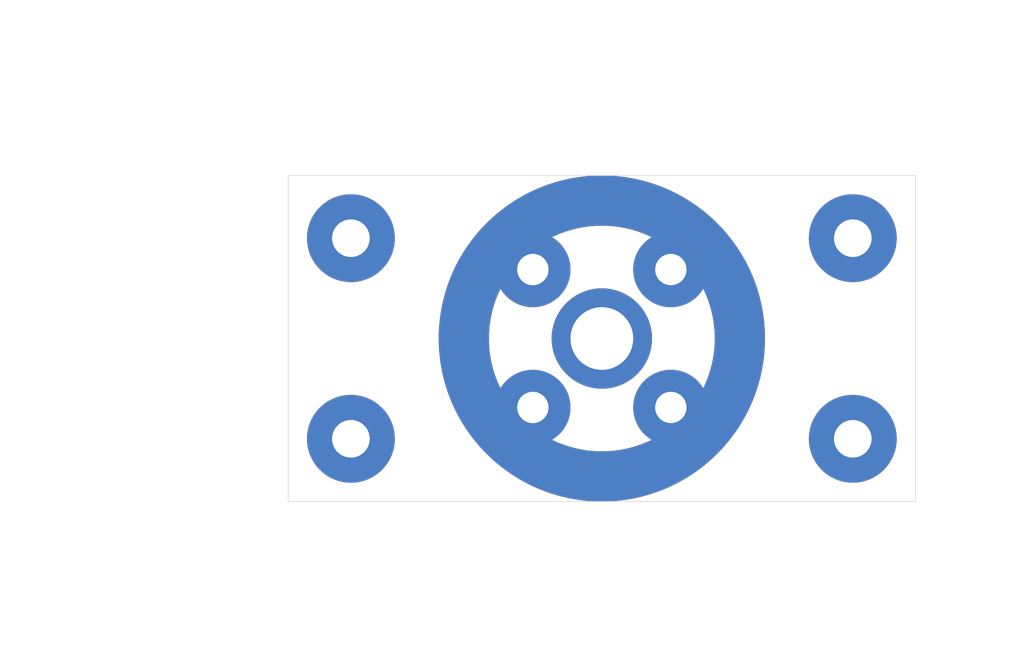
<source format=kicad_pcb>
(kicad_pcb (version 20171130) (host pcbnew 5.1.9+dfsg1-1)

  (general
    (thickness 1.6)
    (drawings 14)
    (tracks 16)
    (zones 0)
    (modules 5)
    (nets 2)
  )

  (page A4)
  (layers
    (0 F.Cu signal)
    (1 In1.Cu signal)
    (2 In2.Cu signal)
    (31 B.Cu signal)
    (32 B.Adhes user)
    (33 F.Adhes user)
    (34 B.Paste user)
    (35 F.Paste user)
    (36 B.SilkS user)
    (37 F.SilkS user)
    (38 B.Mask user)
    (39 F.Mask user)
    (40 Dwgs.User user)
    (41 Cmts.User user)
    (42 Eco1.User user)
    (43 Eco2.User user)
    (44 Edge.Cuts user)
    (45 Margin user)
    (46 B.CrtYd user)
    (47 F.CrtYd user)
    (48 B.Fab user)
    (49 F.Fab user)
  )

  (setup
    (last_trace_width 0.25)
    (trace_clearance 0.2)
    (zone_clearance 0.508)
    (zone_45_only no)
    (trace_min 0.2)
    (via_size 0.8)
    (via_drill 0.4)
    (via_min_size 0.4)
    (via_min_drill 0.3)
    (uvia_size 0.3)
    (uvia_drill 0.1)
    (uvias_allowed no)
    (uvia_min_size 0.2)
    (uvia_min_drill 0.1)
    (edge_width 0.05)
    (segment_width 0.2)
    (pcb_text_width 0.3)
    (pcb_text_size 1.5 1.5)
    (mod_edge_width 0.12)
    (mod_text_size 1 1)
    (mod_text_width 0.15)
    (pad_size 1.524 1.524)
    (pad_drill 0.762)
    (pad_to_mask_clearance 0)
    (aux_axis_origin 0 0)
    (visible_elements FFFFFF7F)
    (pcbplotparams
      (layerselection 0x010fc_ffffffff)
      (usegerberextensions false)
      (usegerberattributes true)
      (usegerberadvancedattributes true)
      (creategerberjobfile true)
      (excludeedgelayer true)
      (linewidth 0.100000)
      (plotframeref false)
      (viasonmask false)
      (mode 1)
      (useauxorigin false)
      (hpglpennumber 1)
      (hpglpenspeed 20)
      (hpglpendiameter 15.000000)
      (psnegative false)
      (psa4output false)
      (plotreference true)
      (plotvalue true)
      (plotinvisibletext false)
      (padsonsilk false)
      (subtractmaskfromsilk false)
      (outputformat 1)
      (mirror false)
      (drillshape 1)
      (scaleselection 1)
      (outputdirectory ""))
  )

  (net 0 "")
  (net 1 "Net-(J1-Pad1)")

  (net_class Default "This is the default net class."
    (clearance 0.2)
    (trace_width 0.25)
    (via_dia 0.8)
    (via_drill 0.4)
    (uvia_dia 0.3)
    (uvia_drill 0.1)
    (add_net "Net-(J1-Pad1)")
  )

  (module custom-footprints:m3-d7-mounting-hole (layer F.Cu) (tedit 63D337D0) (tstamp 63D38F40)
    (at 123 95)
    (path /63D339D4)
    (fp_text reference J2 (at 0 0.5) (layer F.SilkS) hide
      (effects (font (size 1 1) (thickness 0.15)))
    )
    (fp_text value BOLT-HOLE (at 0 -0.5) (layer F.Fab)
      (effects (font (size 1 1) (thickness 0.15)))
    )
    (pad 1 thru_hole circle (at 0 0) (size 7 7) (drill 3) (layers *.Cu *.Mask)
      (net 1 "Net-(J1-Pad1)"))
  )

  (module custom-footprints:m3-d7-mounting-hole (layer F.Cu) (tedit 63D337D0) (tstamp 63D38F45)
    (at 163 95)
    (path /63D345D3)
    (fp_text reference J3 (at 0 0.5) (layer F.SilkS) hide
      (effects (font (size 1 1) (thickness 0.15)))
    )
    (fp_text value BOLT-HOLE (at 0 -0.5) (layer F.Fab)
      (effects (font (size 1 1) (thickness 0.15)))
    )
    (pad 1 thru_hole circle (at 0 0) (size 7 7) (drill 3) (layers *.Cu *.Mask)
      (net 1 "Net-(J1-Pad1)"))
  )

  (module custom-footprints:m3-d7-mounting-hole (layer F.Cu) (tedit 63D337D0) (tstamp 63D38F4A)
    (at 163 111)
    (path /63D3487E)
    (fp_text reference J4 (at 0 0.5) (layer F.SilkS) hide
      (effects (font (size 1 1) (thickness 0.15)))
    )
    (fp_text value BOLT-HOLE (at 0 -0.5) (layer F.Fab)
      (effects (font (size 1 1) (thickness 0.15)))
    )
    (pad 1 thru_hole circle (at 0 0) (size 7 7) (drill 3) (layers *.Cu *.Mask)
      (net 1 "Net-(J1-Pad1)"))
  )

  (module custom-footprints:m3-d7-mounting-hole (layer F.Cu) (tedit 63D337D0) (tstamp 63D38F4F)
    (at 123 111)
    (path /63D34B13)
    (fp_text reference J5 (at 0 0.5) (layer F.SilkS) hide
      (effects (font (size 1 1) (thickness 0.15)))
    )
    (fp_text value BOLT-HOLE (at 0 -0.5) (layer F.Fab)
      (effects (font (size 1 1) (thickness 0.15)))
    )
    (pad 1 thru_hole circle (at 0 0) (size 7 7) (drill 3) (layers *.Cu *.Mask)
      (net 1 "Net-(J1-Pad1)"))
  )

  (module custom-footprints:dragon-hotend-mount (layer F.Cu) (tedit 63D3372E) (tstamp 63D38F5C)
    (at 143 103)
    (path /63D34E51)
    (fp_text reference J6 (at 0 0.5) (layer F.SilkS) hide
      (effects (font (size 1 1) (thickness 0.15)))
    )
    (fp_text value HOTEND (at 0 -0.5) (layer F.Fab)
      (effects (font (size 1 1) (thickness 0.15)))
    )
    (fp_circle (center 0 0) (end 11 0) (layer F.Cu) (width 4))
    (fp_circle (center 0 0) (end 11 0) (layer B.Cu) (width 4))
    (fp_circle (center 0 0) (end 11 0) (layer F.Mask) (width 4))
    (fp_circle (center 0 0) (end 11 0) (layer B.Mask) (width 4))
    (pad 1 thru_hole circle (at 5.5 -5.5) (size 6 6) (drill 2.5) (layers *.Cu *.Mask)
      (net 1 "Net-(J1-Pad1)"))
    (pad 1 thru_hole circle (at 5.5 5.5) (size 6 6) (drill 2.5) (layers *.Cu *.Mask)
      (net 1 "Net-(J1-Pad1)"))
    (pad 1 thru_hole circle (at -5.5 5.5) (size 6 6) (drill 2.5) (layers *.Cu *.Mask)
      (net 1 "Net-(J1-Pad1)"))
    (pad 1 thru_hole circle (at -5.5 -5.5) (size 6 6) (drill 2.5) (layers *.Cu *.Mask)
      (net 1 "Net-(J1-Pad1)"))
    (pad 1 thru_hole circle (at 0 0) (size 8 8) (drill 5) (layers *.Cu *.Mask)
      (net 1 "Net-(J1-Pad1)"))
  )

  (dimension 40 (width 0.15) (layer Dwgs.User)
    (gr_text "40.000 mm" (at 143 129.3) (layer Dwgs.User)
      (effects (font (size 1 1) (thickness 0.15)))
    )
    (feature1 (pts (xy 163 111) (xy 163 128.586421)))
    (feature2 (pts (xy 123 111) (xy 123 128.586421)))
    (crossbar (pts (xy 123 128) (xy 163 128)))
    (arrow1a (pts (xy 163 128) (xy 161.873496 128.586421)))
    (arrow1b (pts (xy 163 128) (xy 161.873496 127.413579)))
    (arrow2a (pts (xy 123 128) (xy 124.126504 128.586421)))
    (arrow2b (pts (xy 123 128) (xy 124.126504 127.413579)))
  )
  (dimension 16 (width 0.15) (layer Dwgs.User)
    (gr_text "16.000 mm" (at 175.3 103 270) (layer Dwgs.User)
      (effects (font (size 1 1) (thickness 0.15)))
    )
    (feature1 (pts (xy 163 111) (xy 174.586421 111)))
    (feature2 (pts (xy 163 95) (xy 174.586421 95)))
    (crossbar (pts (xy 174 95) (xy 174 111)))
    (arrow1a (pts (xy 174 111) (xy 173.413579 109.873496)))
    (arrow1b (pts (xy 174 111) (xy 174.586421 109.873496)))
    (arrow2a (pts (xy 174 95) (xy 173.413579 96.126504)))
    (arrow2b (pts (xy 174 95) (xy 174.586421 96.126504)))
  )
  (gr_line (start 118 116) (end 118 90) (layer Edge.Cuts) (width 0.05) (tstamp 63D39046))
  (gr_line (start 168 116) (end 118 116) (layer Edge.Cuts) (width 0.05))
  (gr_line (start 168 90) (end 168 116) (layer Edge.Cuts) (width 0.05))
  (gr_line (start 118 90) (end 168 90) (layer Edge.Cuts) (width 0.05))
  (dimension 25 (width 0.15) (layer Dwgs.User)
    (gr_text "25.000 mm" (at 155.5 84.7) (layer Dwgs.User)
      (effects (font (size 1 1) (thickness 0.15)))
    )
    (feature1 (pts (xy 168 103) (xy 168 85.413579)))
    (feature2 (pts (xy 143 103) (xy 143 85.413579)))
    (crossbar (pts (xy 143 86) (xy 168 86)))
    (arrow1a (pts (xy 168 86) (xy 166.873496 86.586421)))
    (arrow1b (pts (xy 168 86) (xy 166.873496 85.413579)))
    (arrow2a (pts (xy 143 86) (xy 144.126504 86.586421)))
    (arrow2b (pts (xy 143 86) (xy 144.126504 85.413579)))
  )
  (dimension 25 (width 0.15) (layer Dwgs.User)
    (gr_text "25.000 mm" (at 130.5 85.7) (layer Dwgs.User)
      (effects (font (size 1 1) (thickness 0.15)))
    )
    (feature1 (pts (xy 118 103) (xy 118 86.413579)))
    (feature2 (pts (xy 143 103) (xy 143 86.413579)))
    (crossbar (pts (xy 143 87) (xy 118 87)))
    (arrow1a (pts (xy 118 87) (xy 119.126504 86.413579)))
    (arrow1b (pts (xy 118 87) (xy 119.126504 87.586421)))
    (arrow2a (pts (xy 143 87) (xy 141.873496 86.413579)))
    (arrow2b (pts (xy 143 87) (xy 141.873496 87.586421)))
  )
  (dimension 13 (width 0.15) (layer Dwgs.User)
    (gr_text "13.000 mm" (at 98.7 96.5 90) (layer Dwgs.User)
      (effects (font (size 1 1) (thickness 0.15)))
    )
    (feature1 (pts (xy 143 90) (xy 99.413579 90)))
    (feature2 (pts (xy 143 103) (xy 99.413579 103)))
    (crossbar (pts (xy 100 103) (xy 100 90)))
    (arrow1a (pts (xy 100 90) (xy 100.586421 91.126504)))
    (arrow1b (pts (xy 100 90) (xy 99.413579 91.126504)))
    (arrow2a (pts (xy 100 103) (xy 100.586421 101.873496)))
    (arrow2b (pts (xy 100 103) (xy 99.413579 101.873496)))
  )
  (dimension 20 (width 0.15) (layer Dwgs.User)
    (gr_text "20.000 mm" (at 153 124.3) (layer Dwgs.User)
      (effects (font (size 1 1) (thickness 0.15)))
    )
    (feature1 (pts (xy 163 103) (xy 163 123.586421)))
    (feature2 (pts (xy 143 103) (xy 143 123.586421)))
    (crossbar (pts (xy 143 123) (xy 163 123)))
    (arrow1a (pts (xy 163 123) (xy 161.873496 123.586421)))
    (arrow1b (pts (xy 163 123) (xy 161.873496 122.413579)))
    (arrow2a (pts (xy 143 123) (xy 144.126504 123.586421)))
    (arrow2b (pts (xy 143 123) (xy 144.126504 122.413579)))
  )
  (dimension 20 (width 0.15) (layer Dwgs.User)
    (gr_text "20.000 mm" (at 153 76.7) (layer Dwgs.User)
      (effects (font (size 1 1) (thickness 0.15)))
    )
    (feature1 (pts (xy 163 103) (xy 163 77.413579)))
    (feature2 (pts (xy 143 103) (xy 143 77.413579)))
    (crossbar (pts (xy 143 78) (xy 163 78)))
    (arrow1a (pts (xy 163 78) (xy 161.873496 78.586421)))
    (arrow1b (pts (xy 163 78) (xy 161.873496 77.413579)))
    (arrow2a (pts (xy 143 78) (xy 144.126504 78.586421)))
    (arrow2b (pts (xy 143 78) (xy 144.126504 77.413579)))
  )
  (dimension 13 (width 0.15) (layer Dwgs.User)
    (gr_text "13.000 mm" (at 112.7 109.5 270) (layer Dwgs.User)
      (effects (font (size 1 1) (thickness 0.15)))
    )
    (feature1 (pts (xy 143 116) (xy 113.413579 116)))
    (feature2 (pts (xy 143 103) (xy 113.413579 103)))
    (crossbar (pts (xy 114 103) (xy 114 116)))
    (arrow1a (pts (xy 114 116) (xy 113.413579 114.873496)))
    (arrow1b (pts (xy 114 116) (xy 114.586421 114.873496)))
    (arrow2a (pts (xy 114 103) (xy 113.413579 104.126504)))
    (arrow2b (pts (xy 114 103) (xy 114.586421 104.126504)))
  )
  (dimension 20 (width 0.15) (layer Dwgs.User)
    (gr_text "20.000 mm" (at 133 101.7) (layer Dwgs.User)
      (effects (font (size 1 1) (thickness 0.15)))
    )
    (feature1 (pts (xy 123 103) (xy 123 102.413579)))
    (feature2 (pts (xy 143 103) (xy 143 102.413579)))
    (crossbar (pts (xy 143 103) (xy 123 103)))
    (arrow1a (pts (xy 123 103) (xy 124.126504 102.413579)))
    (arrow1b (pts (xy 123 103) (xy 124.126504 103.586421)))
    (arrow2a (pts (xy 143 103) (xy 141.873496 102.413579)))
    (arrow2b (pts (xy 143 103) (xy 141.873496 103.586421)))
  )
  (dimension 20 (width 0.15) (layer Dwgs.User)
    (gr_text "20.000 mm" (at 153 104.3) (layer Dwgs.User)
      (effects (font (size 1 1) (thickness 0.15)))
    )
    (feature1 (pts (xy 163 103) (xy 163 103.586421)))
    (feature2 (pts (xy 143 103) (xy 143 103.586421)))
    (crossbar (pts (xy 143 103) (xy 163 103)))
    (arrow1a (pts (xy 163 103) (xy 161.873496 103.586421)))
    (arrow1b (pts (xy 163 103) (xy 161.873496 102.413579)))
    (arrow2a (pts (xy 143 103) (xy 144.126504 103.586421)))
    (arrow2b (pts (xy 143 103) (xy 144.126504 102.413579)))
  )

  (segment (start 135 95) (end 143 103) (width 0.25) (layer In1.Cu) (net 1))
  (segment (start 123 95) (end 135 95) (width 0.25) (layer In1.Cu) (net 1))
  (segment (start 151 95) (end 143 103) (width 0.25) (layer In1.Cu) (net 1))
  (segment (start 163 95) (end 151 95) (width 0.25) (layer In1.Cu) (net 1))
  (segment (start 135 111) (end 143 103) (width 0.25) (layer In1.Cu) (net 1))
  (segment (start 123 111) (end 135 111) (width 0.25) (layer In1.Cu) (net 1))
  (segment (start 151 111) (end 143 103) (width 0.25) (layer In1.Cu) (net 1))
  (segment (start 163 111) (end 151 111) (width 0.25) (layer In1.Cu) (net 1))
  (segment (start 135 95) (end 143 103) (width 0.25) (layer In2.Cu) (net 1))
  (segment (start 123 95) (end 135 95) (width 0.25) (layer In2.Cu) (net 1))
  (segment (start 151 111) (end 143 103) (width 0.25) (layer In2.Cu) (net 1))
  (segment (start 163 111) (end 151 111) (width 0.25) (layer In2.Cu) (net 1))
  (segment (start 151 95) (end 143 103) (width 0.25) (layer In2.Cu) (net 1))
  (segment (start 163 95) (end 151 95) (width 0.25) (layer In2.Cu) (net 1))
  (segment (start 135 111) (end 143 103) (width 0.25) (layer In2.Cu) (net 1))
  (segment (start 123 111) (end 135 111) (width 0.25) (layer In2.Cu) (net 1))

)

</source>
